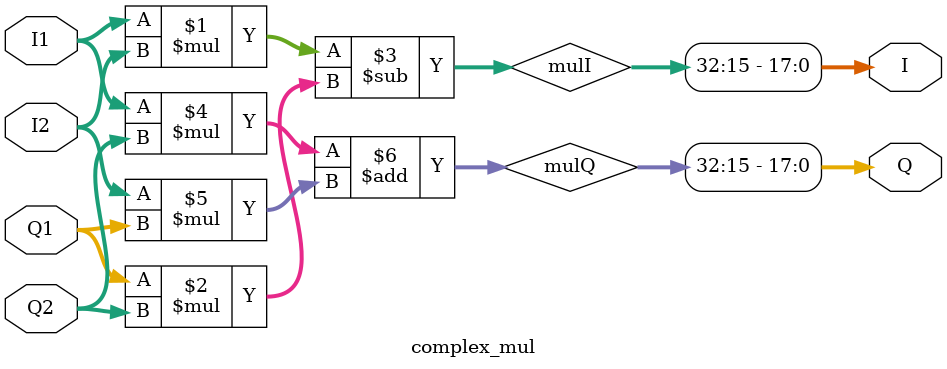
<source format=v>
`timescale 1ns / 1ps


module complex_mul(I1, Q1, I2, Q2, I, Q);
    input signed [17:0] I1, Q1, I2, Q2;
    output signed [17:0] I, Q;

    wire [35:0] mulI, mulQ;
    assign mulI = I1*I2-Q1*Q2;
    assign mulQ = I1*Q2 + I2*Q1;
    
    assign I = mulI[32:15];
    assign Q = mulQ[32:15];
endmodule

</source>
